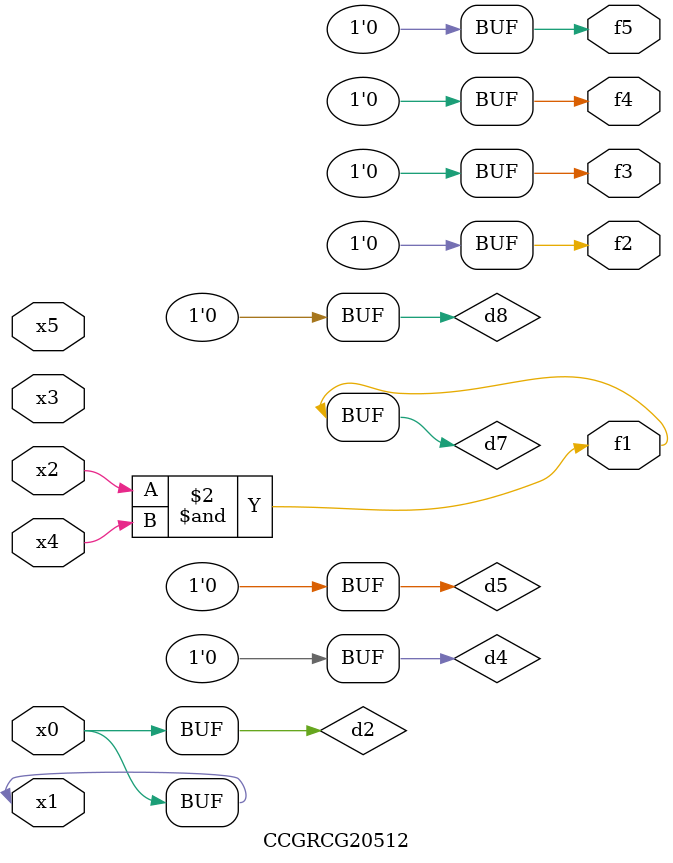
<source format=v>
module CCGRCG20512(
	input x0, x1, x2, x3, x4, x5,
	output f1, f2, f3, f4, f5
);

	wire d1, d2, d3, d4, d5, d6, d7, d8, d9;

	nand (d1, x1);
	buf (d2, x0, x1);
	nand (d3, x2, x4);
	and (d4, d1, d2);
	and (d5, d1, d2);
	nand (d6, d1, d3);
	not (d7, d3);
	xor (d8, d5);
	nor (d9, d5, d6);
	assign f1 = d7;
	assign f2 = d8;
	assign f3 = d8;
	assign f4 = d8;
	assign f5 = d8;
endmodule

</source>
